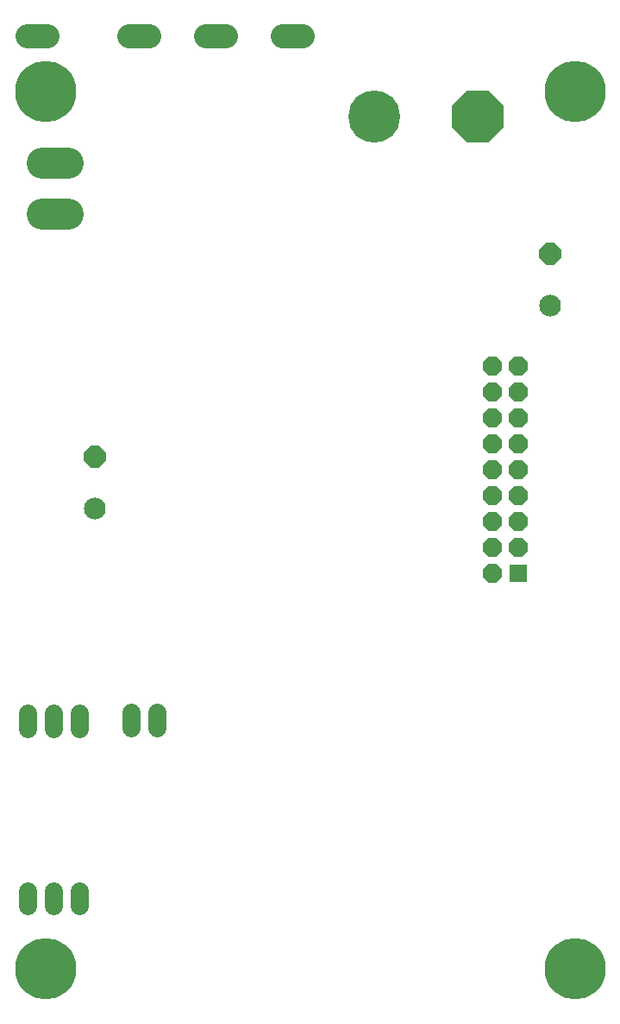
<source format=gbs>
G75*
G70*
%OFA0B0*%
%FSLAX24Y24*%
%IPPOS*%
%LPD*%
%AMOC8*
5,1,8,0,0,1.08239X$1,22.5*
%
%ADD10C,0.1200*%
%ADD11C,0.0921*%
%ADD12C,0.0840*%
%ADD13OC8,0.0840*%
%ADD14R,0.0712X0.0712*%
%ADD15OC8,0.0712*%
%ADD16C,0.0712*%
%ADD17C,0.2010*%
%ADD18OC8,0.2010*%
%ADD19C,0.2365*%
D10*
X007738Y033584D02*
X008738Y033584D01*
X008738Y035553D02*
X007738Y035553D01*
D11*
X007931Y040480D02*
X007164Y040480D01*
X011101Y040480D02*
X011868Y040480D01*
X014053Y040480D02*
X014821Y040480D01*
X017006Y040480D02*
X017774Y040480D01*
D12*
X027368Y030056D03*
X009743Y022231D03*
D13*
X009743Y024231D03*
X027368Y032056D03*
D14*
X026118Y019731D03*
D15*
X026118Y020731D03*
X026118Y021731D03*
X026118Y022731D03*
X026118Y023731D03*
X026118Y024731D03*
X026118Y025731D03*
X026118Y026731D03*
X026118Y027731D03*
X025118Y027731D03*
X025118Y026731D03*
X025118Y025731D03*
X025118Y024731D03*
X025118Y023731D03*
X025118Y022731D03*
X025118Y021731D03*
X025118Y020731D03*
X025118Y019731D03*
D16*
X007168Y007478D02*
X007168Y006885D01*
X008168Y006885D02*
X008168Y007478D01*
X009168Y007478D02*
X009168Y006885D01*
X009168Y013735D02*
X009168Y014328D01*
X008168Y014328D02*
X008168Y013735D01*
X007168Y013735D02*
X007168Y014328D01*
X011168Y014353D02*
X011168Y013760D01*
X012168Y013760D02*
X012168Y014353D01*
D17*
X020568Y037356D03*
D18*
X024568Y037356D03*
D19*
X028315Y038315D03*
X007843Y038315D03*
X007843Y004456D03*
X028315Y004456D03*
M02*

</source>
